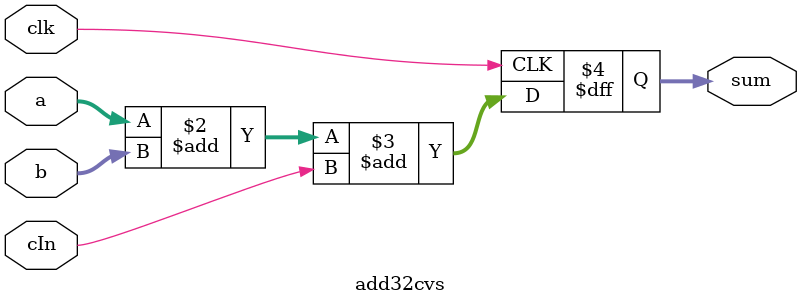
<source format=v>
module add32cvs (sum, a, b, cIn, clk);

output reg [31:0] sum;

input [31:0] a;
input [31:0] b;
input cIn;
input clk;

always @(posedge clk)

{sum} = a + b + cIn;

endmodule
</source>
